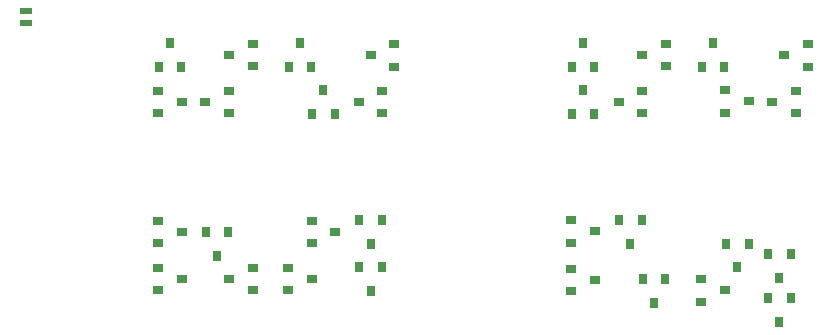
<source format=gbp>
From 8a918076632571bfdad866ccbc4068c4115b6db7 Mon Sep 17 00:00:00 2001
From: jaseg <git@jaseg.net>
Date: Sat, 11 Apr 2020 15:51:25 +0200
Subject: Add local changes

---
 hardware/Project Outputs for olsndot/led_drv.GBP | 209 -----------------------
 1 file changed, 209 deletions(-)
 delete mode 100644 hardware/Project Outputs for olsndot/led_drv.GBP

(limited to 'hardware/Project Outputs for olsndot/led_drv.GBP')

diff --git a/hardware/Project Outputs for olsndot/led_drv.GBP b/hardware/Project Outputs for olsndot/led_drv.GBP
deleted file mode 100644
index 89e4c9b..0000000
--- a/hardware/Project Outputs for olsndot/led_drv.GBP	
+++ /dev/null
@@ -1,209 +0,0 @@
-G04 Layer_Color=128*
-%FSLAX25Y25*%
-%MOIN*%
-G70*
-G01*
-G75*
-%ADD41R,0.03543X0.03150*%
-%ADD42R,0.03150X0.03543*%
-%ADD43R,0.03937X0.02362*%
-D41*
-X267717Y141339D02*
-D03*
-Y133858D02*
-D03*
-X259842Y137598D02*
-D03*
-X263779Y125787D02*
-D03*
-Y118307D02*
-D03*
-X255906Y122047D02*
-D03*
-X240158Y118504D02*
-D03*
-Y125984D02*
-D03*
-X248031Y122244D02*
-D03*
-X220472Y141535D02*
-D03*
-Y134055D02*
-D03*
-X212598Y137795D02*
-D03*
-X212598Y125787D02*
-D03*
-Y118307D02*
-D03*
-X204724Y122047D02*
-D03*
-X129921Y141339D02*
-D03*
-Y133858D02*
-D03*
-X122047Y137598D02*
-D03*
-X125984Y125787D02*
-D03*
-Y118307D02*
-D03*
-X118110Y122047D02*
-D03*
-X82677Y141535D02*
-D03*
-Y134055D02*
-D03*
-X74803Y137795D02*
-D03*
-Y125787D02*
-D03*
-Y118307D02*
-D03*
-X66929Y122047D02*
-D03*
-X51181Y118307D02*
-D03*
-Y125787D02*
-D03*
-X59055Y122047D02*
-D03*
-X102362Y75000D02*
-D03*
-Y82480D02*
-D03*
-X110236Y78740D02*
-D03*
-X94488Y59252D02*
-D03*
-Y66732D02*
-D03*
-X102362Y62992D02*
-D03*
-X82677Y66732D02*
-D03*
-Y59252D02*
-D03*
-X74803Y62992D02*
-D03*
-X51181Y75000D02*
-D03*
-Y82480D02*
-D03*
-X59055Y78740D02*
-D03*
-X51181Y59252D02*
-D03*
-Y66732D02*
-D03*
-X59055Y62992D02*
-D03*
-X188976Y75197D02*
-D03*
-Y82677D02*
-D03*
-X196850Y78937D02*
-D03*
-X188976Y59055D02*
-D03*
-Y66535D02*
-D03*
-X196850Y62795D02*
-D03*
-X232283Y55512D02*
-D03*
-Y62992D02*
-D03*
-X240158Y59252D02*
-D03*
-D42*
-X239961Y133858D02*
-D03*
-X232480D02*
-D03*
-X236221Y141732D02*
-D03*
-X196653Y118110D02*
-D03*
-X189173D02*
-D03*
-X192913Y125984D02*
-D03*
-X196653Y133858D02*
-D03*
-X189173D02*
-D03*
-X192913Y141732D02*
-D03*
-X110039Y118110D02*
-D03*
-X102559D02*
-D03*
-X106299Y125984D02*
-D03*
-X102165Y133858D02*
-D03*
-X94685D02*
-D03*
-X98425Y141732D02*
-D03*
-X58858Y133858D02*
-D03*
-X51378D02*
-D03*
-X55118Y141732D02*
-D03*
-X118307Y82677D02*
-D03*
-X125787D02*
-D03*
-X122047Y74803D02*
-D03*
-X118307Y66929D02*
-D03*
-X125787D02*
-D03*
-X122047Y59055D02*
-D03*
-X67126Y78740D02*
-D03*
-X74606D02*
-D03*
-X70866Y70866D02*
-D03*
-X240551Y74803D02*
-D03*
-X248031D02*
-D03*
-X244291Y66929D02*
-D03*
-X254528Y71260D02*
-D03*
-X262008D02*
-D03*
-X258268Y63386D02*
-D03*
-X254528Y56693D02*
-D03*
-X262008D02*
-D03*
-X258268Y48819D02*
-D03*
-X204921Y82677D02*
-D03*
-X212402D02*
-D03*
-X208661Y74803D02*
-D03*
-X212795Y62992D02*
-D03*
-X220276D02*
-D03*
-X216535Y55118D02*
-D03*
-D43*
-X7087Y148425D02*
-D03*
-Y152362D02*
-D03*
-M02*
-- 
cgit 


</source>
